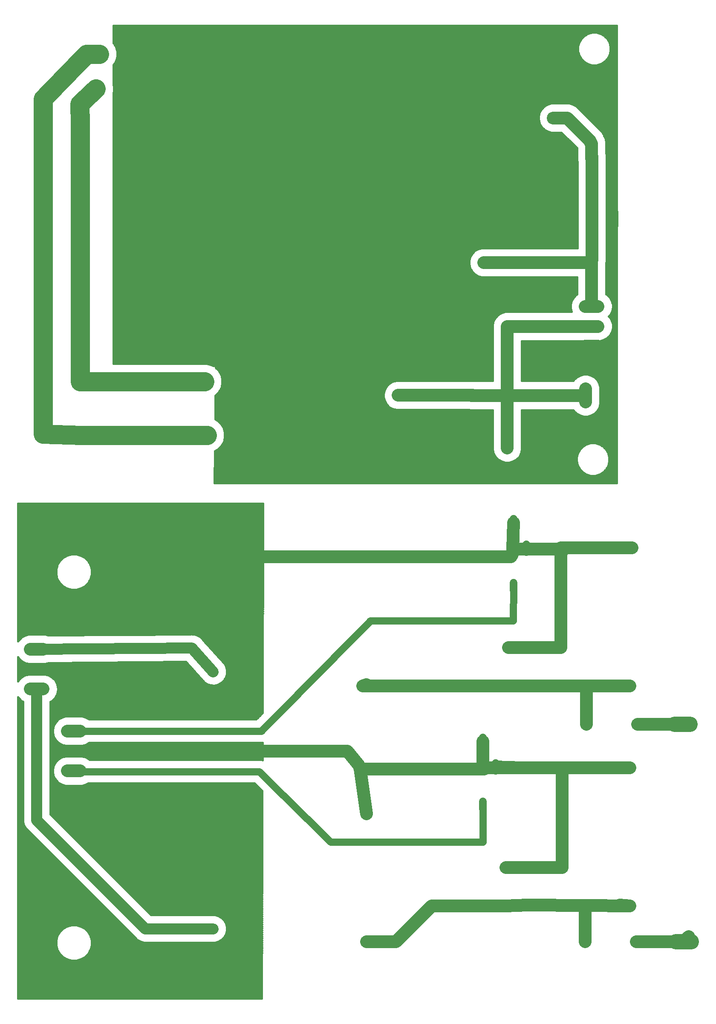
<source format=gbl>
G75*
%MOIN*%
%OFA0B0*%
%FSLAX25Y25*%
%IPPOS*%
%LPD*%
%AMOC8*
5,1,8,0,0,1.08239X$1,22.5*
%
%ADD10C,0.07087*%
%ADD11C,0.11850*%
%ADD12OC8,0.05600*%
%ADD13OC8,0.05200*%
%ADD14C,0.10039*%
%ADD15C,0.06000*%
%ADD16OC8,0.07050*%
%ADD17C,0.06600*%
%ADD18C,0.10000*%
%ADD19R,0.06496X0.06496*%
%ADD20C,0.06496*%
%ADD21C,0.10000*%
%ADD22OC8,0.10000*%
%ADD23C,0.01600*%
%ADD24C,0.05600*%
%ADD25C,0.08600*%
%ADD26C,0.15000*%
D10*
X0160800Y0062800D03*
X0160800Y0142800D03*
X0160800Y0263800D03*
X0160800Y0343800D03*
X0280800Y0353800D03*
X0280800Y0253800D03*
X0280800Y0152800D03*
X0280800Y0052800D03*
D11*
X0522875Y0052800D02*
X0534725Y0052800D01*
X0533725Y0222800D02*
X0521875Y0222800D01*
D12*
X0432800Y0252800D03*
X0411800Y0252800D03*
X0391800Y0252800D03*
X0391800Y0282800D03*
X0411800Y0282800D03*
X0432800Y0282800D03*
X0435800Y0110800D03*
X0411800Y0110800D03*
X0389800Y0110800D03*
X0389800Y0080800D03*
X0411800Y0080800D03*
X0435800Y0080800D03*
D13*
X0365800Y0080800D03*
X0365800Y0130800D03*
X0367800Y0253800D03*
X0367800Y0303800D03*
X0390800Y0438800D03*
X0410800Y0438800D03*
X0435800Y0659800D03*
X0455800Y0659800D03*
X0057800Y0528800D03*
X0027800Y0528800D03*
D14*
X0027820Y0281391D02*
X0017780Y0281391D01*
X0017780Y0265800D02*
X0027820Y0265800D01*
X0027820Y0250209D02*
X0017780Y0250209D01*
X0046780Y0217391D02*
X0056820Y0217391D01*
X0056820Y0201800D02*
X0046780Y0201800D01*
X0046780Y0186209D02*
X0056820Y0186209D01*
X0452005Y0474780D02*
X0452005Y0484820D01*
X0467595Y0484820D02*
X0467595Y0474780D01*
X0461820Y0518209D02*
X0451780Y0518209D01*
X0451780Y0533800D02*
X0461820Y0533800D01*
X0461820Y0549391D02*
X0451780Y0549391D01*
X0457005Y0612780D02*
X0457005Y0622820D01*
X0472595Y0622820D02*
X0472595Y0612780D01*
D15*
X0395800Y0383300D02*
X0395800Y0377300D01*
X0405800Y0363300D02*
X0405800Y0357300D01*
X0395800Y0333300D02*
X0395800Y0327300D01*
X0371800Y0212300D02*
X0371800Y0206300D01*
X0381800Y0192300D02*
X0381800Y0186300D01*
X0371800Y0162300D02*
X0371800Y0156300D01*
D16*
X0486800Y0188800D03*
X0486800Y0252800D03*
X0486800Y0360800D03*
X0486800Y0080800D03*
D17*
X0491800Y0052800D03*
X0451800Y0052800D03*
X0452800Y0222800D03*
X0492800Y0222800D03*
D18*
X0532800Y0222800D01*
X0486800Y0252800D02*
X0277800Y0252800D01*
X0280800Y0253800D01*
X0265800Y0201800D02*
X0125800Y0201800D01*
X0160800Y0103800D02*
X0160800Y0101800D01*
X0274800Y0190800D02*
X0265800Y0201800D01*
X0274800Y0190800D02*
X0275800Y0187800D01*
X0372800Y0187800D01*
X0373800Y0188800D01*
X0401800Y0188800D01*
X0381800Y0189300D01*
X0372800Y0187800D02*
X0371800Y0188800D01*
X0371800Y0209300D01*
X0401800Y0188800D02*
X0433800Y0188800D01*
X0433800Y0110800D01*
X0432800Y0112800D01*
X0433800Y0110800D02*
X0389800Y0110800D01*
X0389800Y0080800D02*
X0331800Y0080800D01*
X0303800Y0052800D01*
X0280800Y0052800D01*
X0280800Y0152800D02*
X0275800Y0187800D01*
X0391800Y0282800D02*
X0432800Y0282800D01*
X0432800Y0358800D01*
X0433800Y0357800D01*
X0433800Y0358800D01*
X0432800Y0359800D01*
X0395056Y0359800D01*
X0394983Y0359873D01*
X0395800Y0380300D01*
X0394983Y0359873D02*
X0394800Y0355300D01*
X0393800Y0353800D02*
X0280800Y0353800D01*
X0166800Y0353800D01*
X0160800Y0343800D01*
X0062643Y0448800D02*
X0052643Y0448800D01*
X0042957Y0448800D02*
X0032957Y0448800D01*
X0056957Y0489800D02*
X0066957Y0489800D01*
X0076643Y0489800D02*
X0086643Y0489800D01*
X0305548Y0479879D02*
X0363800Y0479879D01*
X0362800Y0479800D01*
X0390800Y0479800D01*
X0452005Y0479800D01*
X0456800Y0533800D02*
X0390800Y0533800D01*
X0390800Y0522800D01*
X0390800Y0479800D01*
X0390800Y0438800D01*
X0432800Y0360800D02*
X0432800Y0359800D01*
X0432800Y0358800D01*
X0432800Y0360800D02*
X0488300Y0360800D01*
X0452800Y0250800D02*
X0452800Y0222800D01*
X0433800Y0188800D02*
X0486800Y0188800D01*
X0478800Y0081300D02*
X0486800Y0080800D01*
X0451814Y0081017D01*
X0451800Y0081004D01*
X0451800Y0052800D01*
X0451814Y0081017D02*
X0406300Y0081300D01*
X0389800Y0080800D01*
X0491800Y0052800D02*
X0528800Y0052800D01*
X0532800Y0056800D01*
X0456800Y0549391D02*
X0456800Y0585800D01*
X0457005Y0585800D01*
X0454918Y0583713D01*
X0372359Y0583713D01*
X0426800Y0696800D02*
X0437800Y0696800D01*
X0455800Y0678800D01*
X0455800Y0677800D01*
X0456800Y0676800D01*
X0456800Y0665005D01*
X0457005Y0664800D01*
X0457005Y0666595D01*
X0457005Y0664800D02*
X0457005Y0617800D01*
X0457005Y0585800D01*
D19*
X0372359Y0583713D03*
X0305548Y0448383D03*
D20*
X0305548Y0479879D03*
X0372359Y0605367D03*
X0153973Y0490706D03*
X0153973Y0448383D03*
X0069209Y0719540D03*
X0069209Y0746115D03*
D21*
X0390800Y0522800D03*
X0426800Y0696800D03*
D22*
X0426800Y0716800D03*
X0370800Y0522800D03*
D23*
X0008200Y0243964D02*
X0008200Y0008199D01*
X0198813Y0008171D01*
X0199221Y0170527D01*
X0193038Y0176600D01*
X0063015Y0176600D01*
X0061228Y0175568D01*
X0058323Y0174790D01*
X0045277Y0174790D01*
X0042372Y0175568D01*
X0039768Y0177071D01*
X0037642Y0179198D01*
X0036139Y0181802D01*
X0035361Y0184706D01*
X0035361Y0187713D01*
X0036139Y0190617D01*
X0037642Y0193221D01*
X0039768Y0195347D01*
X0042372Y0196851D01*
X0045277Y0197629D01*
X0058323Y0197629D01*
X0061228Y0196851D01*
X0063832Y0195347D01*
X0064179Y0195000D01*
X0196758Y0195000D01*
X0198547Y0195016D01*
X0198587Y0195000D01*
X0198630Y0195000D01*
X0199282Y0194730D01*
X0199316Y0208191D01*
X0198418Y0208191D01*
X0196614Y0208180D01*
X0196588Y0208191D01*
X0063724Y0208191D01*
X0061228Y0206749D01*
X0058323Y0205971D01*
X0045277Y0205971D01*
X0042372Y0206749D01*
X0039768Y0208253D01*
X0037642Y0210379D01*
X0036139Y0212983D01*
X0035361Y0215887D01*
X0035361Y0218894D01*
X0036139Y0221798D01*
X0037642Y0224402D01*
X0039768Y0226529D01*
X0042372Y0228032D01*
X0045277Y0228810D01*
X0058323Y0228810D01*
X0061228Y0228032D01*
X0063724Y0226591D01*
X0194548Y0226591D01*
X0199375Y0231473D01*
X0199786Y0395400D01*
X0008200Y0395400D01*
X0008200Y0287636D01*
X0008642Y0288402D01*
X0010768Y0290529D01*
X0013372Y0292032D01*
X0016277Y0292810D01*
X0029323Y0292810D01*
X0031733Y0292164D01*
X0143065Y0293081D01*
X0143410Y0293153D01*
X0144469Y0293093D01*
X0145530Y0293102D01*
X0145871Y0293013D01*
X0146223Y0292993D01*
X0147231Y0292661D01*
X0148257Y0292395D01*
X0148564Y0292221D01*
X0148899Y0292111D01*
X0149786Y0291529D01*
X0150709Y0291006D01*
X0150960Y0290759D01*
X0151255Y0290566D01*
X0151961Y0289775D01*
X0152717Y0289031D01*
X0152896Y0288727D01*
X0169721Y0269873D01*
X0170989Y0267357D01*
X0171563Y0264599D01*
X0171403Y0261786D01*
X0170520Y0259111D01*
X0168975Y0256755D01*
X0166873Y0254879D01*
X0164357Y0253611D01*
X0161599Y0253037D01*
X0158786Y0253197D01*
X0156111Y0254080D01*
X0153755Y0255625D01*
X0139452Y0271651D01*
X0032260Y0270768D01*
X0032228Y0270749D01*
X0029323Y0269971D01*
X0016277Y0269971D01*
X0013372Y0270749D01*
X0010768Y0272253D01*
X0008642Y0274379D01*
X0008200Y0275145D01*
X0008200Y0256455D01*
X0008642Y0257221D01*
X0010768Y0259347D01*
X0013372Y0260851D01*
X0016277Y0261629D01*
X0029323Y0261629D01*
X0032228Y0260851D01*
X0034832Y0259347D01*
X0036958Y0257221D01*
X0038461Y0254617D01*
X0039239Y0251713D01*
X0039239Y0248706D01*
X0038461Y0245802D01*
X0036958Y0243198D01*
X0034832Y0241071D01*
X0033500Y0240303D01*
X0033500Y0152232D01*
X0112232Y0073500D01*
X0162209Y0073500D01*
X0164930Y0072771D01*
X0167370Y0071362D01*
X0169362Y0069370D01*
X0170771Y0066930D01*
X0171500Y0064209D01*
X0171500Y0061391D01*
X0170771Y0058670D01*
X0169362Y0056230D01*
X0167370Y0054238D01*
X0164930Y0052829D01*
X0162209Y0052100D01*
X0106391Y0052100D01*
X0103670Y0052829D01*
X0101230Y0054238D01*
X0099238Y0056230D01*
X0014238Y0141230D01*
X0012829Y0143670D01*
X0012100Y0146391D01*
X0012100Y0240303D01*
X0010768Y0241071D01*
X0008642Y0243198D01*
X0008200Y0243964D01*
X0008200Y0243774D02*
X0008310Y0243774D01*
X0008200Y0242175D02*
X0009665Y0242175D01*
X0008200Y0240577D02*
X0011625Y0240577D01*
X0012100Y0238978D02*
X0008200Y0238978D01*
X0008200Y0237380D02*
X0012100Y0237380D01*
X0012100Y0235781D02*
X0008200Y0235781D01*
X0008200Y0234183D02*
X0012100Y0234183D01*
X0012100Y0232584D02*
X0008200Y0232584D01*
X0008200Y0230986D02*
X0012100Y0230986D01*
X0012100Y0229387D02*
X0008200Y0229387D01*
X0008200Y0227789D02*
X0012100Y0227789D01*
X0012100Y0226190D02*
X0008200Y0226190D01*
X0008200Y0224592D02*
X0012100Y0224592D01*
X0012100Y0222993D02*
X0008200Y0222993D01*
X0008200Y0221395D02*
X0012100Y0221395D01*
X0012100Y0219796D02*
X0008200Y0219796D01*
X0008200Y0218198D02*
X0012100Y0218198D01*
X0012100Y0216599D02*
X0008200Y0216599D01*
X0008200Y0215001D02*
X0012100Y0215001D01*
X0012100Y0213402D02*
X0008200Y0213402D01*
X0008200Y0211803D02*
X0012100Y0211803D01*
X0012100Y0210205D02*
X0008200Y0210205D01*
X0008200Y0208606D02*
X0012100Y0208606D01*
X0012100Y0207008D02*
X0008200Y0207008D01*
X0008200Y0205409D02*
X0012100Y0205409D01*
X0012100Y0203811D02*
X0008200Y0203811D01*
X0008200Y0202212D02*
X0012100Y0202212D01*
X0012100Y0200614D02*
X0008200Y0200614D01*
X0008200Y0199015D02*
X0012100Y0199015D01*
X0012100Y0197417D02*
X0008200Y0197417D01*
X0008200Y0195818D02*
X0012100Y0195818D01*
X0012100Y0194220D02*
X0008200Y0194220D01*
X0008200Y0192621D02*
X0012100Y0192621D01*
X0012100Y0191023D02*
X0008200Y0191023D01*
X0008200Y0189424D02*
X0012100Y0189424D01*
X0012100Y0187826D02*
X0008200Y0187826D01*
X0008200Y0186227D02*
X0012100Y0186227D01*
X0012100Y0184629D02*
X0008200Y0184629D01*
X0008200Y0183030D02*
X0012100Y0183030D01*
X0012100Y0181432D02*
X0008200Y0181432D01*
X0008200Y0179833D02*
X0012100Y0179833D01*
X0012100Y0178235D02*
X0008200Y0178235D01*
X0008200Y0176636D02*
X0012100Y0176636D01*
X0012100Y0175038D02*
X0008200Y0175038D01*
X0008200Y0173439D02*
X0012100Y0173439D01*
X0012100Y0171841D02*
X0008200Y0171841D01*
X0008200Y0170242D02*
X0012100Y0170242D01*
X0012100Y0168644D02*
X0008200Y0168644D01*
X0008200Y0167045D02*
X0012100Y0167045D01*
X0012100Y0165447D02*
X0008200Y0165447D01*
X0008200Y0163848D02*
X0012100Y0163848D01*
X0012100Y0162250D02*
X0008200Y0162250D01*
X0008200Y0160651D02*
X0012100Y0160651D01*
X0012100Y0159053D02*
X0008200Y0159053D01*
X0008200Y0157454D02*
X0012100Y0157454D01*
X0012100Y0155856D02*
X0008200Y0155856D01*
X0008200Y0154257D02*
X0012100Y0154257D01*
X0012100Y0152659D02*
X0008200Y0152659D01*
X0008200Y0151060D02*
X0012100Y0151060D01*
X0012100Y0149462D02*
X0008200Y0149462D01*
X0008200Y0147863D02*
X0012100Y0147863D01*
X0012134Y0146265D02*
X0008200Y0146265D01*
X0008200Y0144666D02*
X0012562Y0144666D01*
X0013177Y0143068D02*
X0008200Y0143068D01*
X0008200Y0141469D02*
X0014100Y0141469D01*
X0015597Y0139870D02*
X0008200Y0139870D01*
X0008200Y0138272D02*
X0017196Y0138272D01*
X0018794Y0136673D02*
X0008200Y0136673D01*
X0008200Y0135075D02*
X0020393Y0135075D01*
X0021991Y0133476D02*
X0008200Y0133476D01*
X0008200Y0131878D02*
X0023590Y0131878D01*
X0025188Y0130279D02*
X0008200Y0130279D01*
X0008200Y0128681D02*
X0026787Y0128681D01*
X0028386Y0127082D02*
X0008200Y0127082D01*
X0008200Y0125484D02*
X0029984Y0125484D01*
X0031583Y0123885D02*
X0008200Y0123885D01*
X0008200Y0122287D02*
X0033181Y0122287D01*
X0034780Y0120688D02*
X0008200Y0120688D01*
X0008200Y0119090D02*
X0036378Y0119090D01*
X0037977Y0117491D02*
X0008200Y0117491D01*
X0008200Y0115893D02*
X0039575Y0115893D01*
X0041174Y0114294D02*
X0008200Y0114294D01*
X0008200Y0112696D02*
X0042772Y0112696D01*
X0044371Y0111097D02*
X0008200Y0111097D01*
X0008200Y0109499D02*
X0045969Y0109499D01*
X0047568Y0107900D02*
X0008200Y0107900D01*
X0008200Y0106302D02*
X0049166Y0106302D01*
X0050765Y0104703D02*
X0008200Y0104703D01*
X0008200Y0103105D02*
X0052363Y0103105D01*
X0053962Y0101506D02*
X0008200Y0101506D01*
X0008200Y0099908D02*
X0055560Y0099908D01*
X0057159Y0098309D02*
X0008200Y0098309D01*
X0008200Y0096711D02*
X0058757Y0096711D01*
X0060356Y0095112D02*
X0008200Y0095112D01*
X0008200Y0093514D02*
X0061954Y0093514D01*
X0063553Y0091915D02*
X0008200Y0091915D01*
X0008200Y0090317D02*
X0065151Y0090317D01*
X0066750Y0088718D02*
X0008200Y0088718D01*
X0008200Y0087120D02*
X0068348Y0087120D01*
X0069947Y0085521D02*
X0008200Y0085521D01*
X0008200Y0083923D02*
X0071545Y0083923D01*
X0073144Y0082324D02*
X0008200Y0082324D01*
X0008200Y0080726D02*
X0074742Y0080726D01*
X0076341Y0079127D02*
X0008200Y0079127D01*
X0008200Y0077529D02*
X0077939Y0077529D01*
X0079538Y0075930D02*
X0008200Y0075930D01*
X0008200Y0074332D02*
X0081136Y0074332D01*
X0082735Y0072733D02*
X0008200Y0072733D01*
X0008200Y0071134D02*
X0084333Y0071134D01*
X0085932Y0069536D02*
X0008200Y0069536D01*
X0008200Y0067937D02*
X0087530Y0067937D01*
X0089129Y0066339D02*
X0008200Y0066339D01*
X0008200Y0064740D02*
X0046486Y0064740D01*
X0046444Y0064729D02*
X0043281Y0062903D01*
X0040697Y0060319D01*
X0038871Y0057156D01*
X0037925Y0053627D01*
X0037925Y0049973D01*
X0038871Y0046444D01*
X0040697Y0043281D01*
X0043281Y0040697D01*
X0046444Y0038871D01*
X0049973Y0037925D01*
X0053627Y0037925D01*
X0057156Y0038871D01*
X0060319Y0040697D01*
X0062903Y0043281D01*
X0064729Y0046444D01*
X0065675Y0049973D01*
X0065675Y0053627D01*
X0064729Y0057156D01*
X0062903Y0060319D01*
X0060319Y0062903D01*
X0057156Y0064729D01*
X0053627Y0065675D01*
X0049973Y0065675D01*
X0046444Y0064729D01*
X0043695Y0063142D02*
X0008200Y0063142D01*
X0008200Y0061543D02*
X0041921Y0061543D01*
X0040481Y0059945D02*
X0008200Y0059945D01*
X0008200Y0058346D02*
X0039558Y0058346D01*
X0038761Y0056748D02*
X0008200Y0056748D01*
X0008200Y0055149D02*
X0038333Y0055149D01*
X0037925Y0053551D02*
X0008200Y0053551D01*
X0008200Y0051952D02*
X0037925Y0051952D01*
X0037925Y0050354D02*
X0008200Y0050354D01*
X0008200Y0048755D02*
X0038251Y0048755D01*
X0038680Y0047157D02*
X0008200Y0047157D01*
X0008200Y0045558D02*
X0039382Y0045558D01*
X0040305Y0043960D02*
X0008200Y0043960D01*
X0008200Y0042361D02*
X0041616Y0042361D01*
X0043215Y0040763D02*
X0008200Y0040763D01*
X0008200Y0039164D02*
X0045936Y0039164D01*
X0057664Y0039164D02*
X0198891Y0039164D01*
X0198887Y0037566D02*
X0008200Y0037566D01*
X0008200Y0035967D02*
X0198883Y0035967D01*
X0198879Y0034369D02*
X0008200Y0034369D01*
X0008200Y0032770D02*
X0198875Y0032770D01*
X0198871Y0031172D02*
X0008200Y0031172D01*
X0008200Y0029573D02*
X0198867Y0029573D01*
X0198863Y0027975D02*
X0008200Y0027975D01*
X0008200Y0026376D02*
X0198859Y0026376D01*
X0198855Y0024778D02*
X0008200Y0024778D01*
X0008200Y0023179D02*
X0198851Y0023179D01*
X0198847Y0021581D02*
X0008200Y0021581D01*
X0008200Y0019982D02*
X0198843Y0019982D01*
X0198839Y0018384D02*
X0008200Y0018384D01*
X0008200Y0016785D02*
X0198835Y0016785D01*
X0198831Y0015187D02*
X0008200Y0015187D01*
X0008200Y0013588D02*
X0198827Y0013588D01*
X0198823Y0011990D02*
X0008200Y0011990D01*
X0008200Y0010391D02*
X0198819Y0010391D01*
X0198815Y0008793D02*
X0008200Y0008793D01*
X0057114Y0064740D02*
X0090727Y0064740D01*
X0092326Y0063142D02*
X0059905Y0063142D01*
X0061679Y0061543D02*
X0093924Y0061543D01*
X0095523Y0059945D02*
X0063119Y0059945D01*
X0064042Y0058346D02*
X0097122Y0058346D01*
X0098720Y0056748D02*
X0064839Y0056748D01*
X0065267Y0055149D02*
X0100319Y0055149D01*
X0102420Y0053551D02*
X0065675Y0053551D01*
X0065675Y0051952D02*
X0198923Y0051952D01*
X0198919Y0050354D02*
X0065675Y0050354D01*
X0065349Y0048755D02*
X0198915Y0048755D01*
X0198911Y0047157D02*
X0064920Y0047157D01*
X0064218Y0045558D02*
X0198907Y0045558D01*
X0198903Y0043960D02*
X0063295Y0043960D01*
X0061984Y0042361D02*
X0198899Y0042361D01*
X0198895Y0040763D02*
X0060385Y0040763D01*
X0097014Y0088718D02*
X0199016Y0088718D01*
X0199012Y0087120D02*
X0098612Y0087120D01*
X0100211Y0085521D02*
X0199008Y0085521D01*
X0199004Y0083923D02*
X0101809Y0083923D01*
X0103408Y0082324D02*
X0199000Y0082324D01*
X0198996Y0080726D02*
X0105006Y0080726D01*
X0106605Y0079127D02*
X0198992Y0079127D01*
X0198988Y0077529D02*
X0108204Y0077529D01*
X0109802Y0075930D02*
X0198984Y0075930D01*
X0198980Y0074332D02*
X0111401Y0074332D01*
X0095415Y0090317D02*
X0199020Y0090317D01*
X0199024Y0091915D02*
X0093817Y0091915D01*
X0092218Y0093514D02*
X0199028Y0093514D01*
X0199032Y0095112D02*
X0090620Y0095112D01*
X0089021Y0096711D02*
X0199036Y0096711D01*
X0199040Y0098309D02*
X0087423Y0098309D01*
X0085824Y0099908D02*
X0199044Y0099908D01*
X0199048Y0101506D02*
X0084226Y0101506D01*
X0082627Y0103105D02*
X0199052Y0103105D01*
X0199056Y0104703D02*
X0081029Y0104703D01*
X0079430Y0106302D02*
X0199060Y0106302D01*
X0199064Y0107900D02*
X0077832Y0107900D01*
X0076233Y0109499D02*
X0199068Y0109499D01*
X0199072Y0111097D02*
X0074635Y0111097D01*
X0073036Y0112696D02*
X0199076Y0112696D01*
X0199080Y0114294D02*
X0071438Y0114294D01*
X0069839Y0115893D02*
X0199084Y0115893D01*
X0199088Y0117491D02*
X0068241Y0117491D01*
X0066642Y0119090D02*
X0199092Y0119090D01*
X0199096Y0120688D02*
X0065044Y0120688D01*
X0063445Y0122287D02*
X0199100Y0122287D01*
X0199104Y0123885D02*
X0061847Y0123885D01*
X0060248Y0125484D02*
X0199108Y0125484D01*
X0199112Y0127082D02*
X0058650Y0127082D01*
X0057051Y0128681D02*
X0199116Y0128681D01*
X0199120Y0130279D02*
X0055453Y0130279D01*
X0053854Y0131878D02*
X0199124Y0131878D01*
X0199128Y0133476D02*
X0052256Y0133476D01*
X0050657Y0135075D02*
X0199132Y0135075D01*
X0199136Y0136673D02*
X0049059Y0136673D01*
X0047460Y0138272D02*
X0199140Y0138272D01*
X0199144Y0139870D02*
X0045862Y0139870D01*
X0044263Y0141469D02*
X0199148Y0141469D01*
X0199152Y0143068D02*
X0042665Y0143068D01*
X0041066Y0144666D02*
X0199156Y0144666D01*
X0199160Y0146265D02*
X0039468Y0146265D01*
X0037869Y0147863D02*
X0199164Y0147863D01*
X0199168Y0149462D02*
X0036271Y0149462D01*
X0034672Y0151060D02*
X0199173Y0151060D01*
X0199177Y0152659D02*
X0033500Y0152659D01*
X0033500Y0154257D02*
X0199181Y0154257D01*
X0199185Y0155856D02*
X0033500Y0155856D01*
X0033500Y0157454D02*
X0199189Y0157454D01*
X0199193Y0159053D02*
X0033500Y0159053D01*
X0033500Y0160651D02*
X0199197Y0160651D01*
X0199201Y0162250D02*
X0033500Y0162250D01*
X0033500Y0163848D02*
X0199205Y0163848D01*
X0199209Y0165447D02*
X0033500Y0165447D01*
X0033500Y0167045D02*
X0199213Y0167045D01*
X0199217Y0168644D02*
X0033500Y0168644D01*
X0033500Y0170242D02*
X0199221Y0170242D01*
X0197884Y0171841D02*
X0033500Y0171841D01*
X0033500Y0173439D02*
X0196256Y0173439D01*
X0194628Y0175038D02*
X0059249Y0175038D01*
X0044351Y0175038D02*
X0033500Y0175038D01*
X0033500Y0176636D02*
X0040522Y0176636D01*
X0038605Y0178235D02*
X0033500Y0178235D01*
X0033500Y0179833D02*
X0037275Y0179833D01*
X0036352Y0181432D02*
X0033500Y0181432D01*
X0033500Y0183030D02*
X0035810Y0183030D01*
X0035381Y0184629D02*
X0033500Y0184629D01*
X0033500Y0186227D02*
X0035361Y0186227D01*
X0035391Y0187826D02*
X0033500Y0187826D01*
X0033500Y0189424D02*
X0035819Y0189424D01*
X0036373Y0191023D02*
X0033500Y0191023D01*
X0033500Y0192621D02*
X0037296Y0192621D01*
X0038641Y0194220D02*
X0033500Y0194220D01*
X0033500Y0195818D02*
X0040584Y0195818D01*
X0044485Y0197417D02*
X0033500Y0197417D01*
X0033500Y0199015D02*
X0199293Y0199015D01*
X0199289Y0197417D02*
X0059115Y0197417D01*
X0063016Y0195818D02*
X0199285Y0195818D01*
X0199297Y0200614D02*
X0033500Y0200614D01*
X0033500Y0202212D02*
X0199301Y0202212D01*
X0199305Y0203811D02*
X0033500Y0203811D01*
X0033500Y0205409D02*
X0199309Y0205409D01*
X0199313Y0207008D02*
X0061676Y0207008D01*
X0061649Y0227789D02*
X0195733Y0227789D01*
X0197313Y0229387D02*
X0033500Y0229387D01*
X0033500Y0227789D02*
X0041951Y0227789D01*
X0039430Y0226190D02*
X0033500Y0226190D01*
X0033500Y0224592D02*
X0037831Y0224592D01*
X0036829Y0222993D02*
X0033500Y0222993D01*
X0033500Y0221395D02*
X0036031Y0221395D01*
X0035602Y0219796D02*
X0033500Y0219796D01*
X0033500Y0218198D02*
X0035361Y0218198D01*
X0035361Y0216599D02*
X0033500Y0216599D01*
X0033500Y0215001D02*
X0035598Y0215001D01*
X0036027Y0213402D02*
X0033500Y0213402D01*
X0033500Y0211803D02*
X0036820Y0211803D01*
X0037816Y0210205D02*
X0033500Y0210205D01*
X0033500Y0208606D02*
X0039415Y0208606D01*
X0041924Y0207008D02*
X0033500Y0207008D01*
X0033500Y0230986D02*
X0198893Y0230986D01*
X0199377Y0232584D02*
X0033500Y0232584D01*
X0033500Y0234183D02*
X0199381Y0234183D01*
X0199385Y0235781D02*
X0033500Y0235781D01*
X0033500Y0237380D02*
X0199389Y0237380D01*
X0199393Y0238978D02*
X0033500Y0238978D01*
X0033975Y0240577D02*
X0199397Y0240577D01*
X0199401Y0242175D02*
X0035935Y0242175D01*
X0037290Y0243774D02*
X0199405Y0243774D01*
X0199409Y0245372D02*
X0038213Y0245372D01*
X0038774Y0246971D02*
X0199413Y0246971D01*
X0199418Y0248569D02*
X0039203Y0248569D01*
X0039239Y0250168D02*
X0199422Y0250168D01*
X0199426Y0251766D02*
X0039225Y0251766D01*
X0038797Y0253365D02*
X0158278Y0253365D01*
X0154763Y0254963D02*
X0038261Y0254963D01*
X0037338Y0256562D02*
X0152918Y0256562D01*
X0151492Y0258160D02*
X0036019Y0258160D01*
X0034119Y0259759D02*
X0150065Y0259759D01*
X0148639Y0261357D02*
X0030337Y0261357D01*
X0015263Y0261357D02*
X0008200Y0261357D01*
X0008200Y0259759D02*
X0011481Y0259759D01*
X0009581Y0258160D02*
X0008200Y0258160D01*
X0008200Y0256562D02*
X0008262Y0256562D01*
X0008200Y0262956D02*
X0147212Y0262956D01*
X0145786Y0264554D02*
X0008200Y0264554D01*
X0008200Y0266153D02*
X0144359Y0266153D01*
X0142932Y0267751D02*
X0008200Y0267751D01*
X0008200Y0269350D02*
X0141506Y0269350D01*
X0140079Y0270948D02*
X0054151Y0270948D01*
X0013027Y0270948D02*
X0008200Y0270948D01*
X0008200Y0272547D02*
X0010474Y0272547D01*
X0008876Y0274145D02*
X0008200Y0274145D01*
X0008200Y0288532D02*
X0008772Y0288532D01*
X0008200Y0290131D02*
X0010370Y0290131D01*
X0008200Y0291729D02*
X0012848Y0291729D01*
X0008200Y0293328D02*
X0199530Y0293328D01*
X0199534Y0294926D02*
X0008200Y0294926D01*
X0008200Y0296525D02*
X0199538Y0296525D01*
X0199542Y0298123D02*
X0008200Y0298123D01*
X0008200Y0299722D02*
X0199546Y0299722D01*
X0199550Y0301320D02*
X0008200Y0301320D01*
X0008200Y0302919D02*
X0199554Y0302919D01*
X0199558Y0304517D02*
X0008200Y0304517D01*
X0008200Y0306116D02*
X0199562Y0306116D01*
X0199566Y0307714D02*
X0008200Y0307714D01*
X0008200Y0309313D02*
X0199570Y0309313D01*
X0199574Y0310911D02*
X0008200Y0310911D01*
X0008200Y0312510D02*
X0199578Y0312510D01*
X0199582Y0314108D02*
X0008200Y0314108D01*
X0008200Y0315707D02*
X0199586Y0315707D01*
X0199590Y0317305D02*
X0008200Y0317305D01*
X0008200Y0318904D02*
X0199594Y0318904D01*
X0199598Y0320502D02*
X0008200Y0320502D01*
X0008200Y0322101D02*
X0199602Y0322101D01*
X0199606Y0323699D02*
X0008200Y0323699D01*
X0008200Y0325298D02*
X0199610Y0325298D01*
X0199614Y0326896D02*
X0008200Y0326896D01*
X0008200Y0328495D02*
X0047847Y0328495D01*
X0046444Y0328871D02*
X0049973Y0327925D01*
X0053627Y0327925D01*
X0057156Y0328871D01*
X0060319Y0330697D01*
X0062903Y0333281D01*
X0064729Y0336444D01*
X0065675Y0339973D01*
X0065675Y0343627D01*
X0064729Y0347156D01*
X0062903Y0350319D01*
X0060319Y0352903D01*
X0057156Y0354729D01*
X0053627Y0355675D01*
X0049973Y0355675D01*
X0046444Y0354729D01*
X0043281Y0352903D01*
X0040697Y0350319D01*
X0038871Y0347156D01*
X0037925Y0343627D01*
X0037925Y0339973D01*
X0038871Y0336444D01*
X0040697Y0333281D01*
X0043281Y0330697D01*
X0046444Y0328871D01*
X0044327Y0330093D02*
X0008200Y0330093D01*
X0008200Y0331692D02*
X0042286Y0331692D01*
X0040692Y0333290D02*
X0008200Y0333290D01*
X0008200Y0334889D02*
X0039769Y0334889D01*
X0038859Y0336487D02*
X0008200Y0336487D01*
X0008200Y0338086D02*
X0038431Y0338086D01*
X0038002Y0339684D02*
X0008200Y0339684D01*
X0008200Y0341283D02*
X0037925Y0341283D01*
X0037925Y0342881D02*
X0008200Y0342881D01*
X0008200Y0344480D02*
X0038154Y0344480D01*
X0038582Y0346078D02*
X0008200Y0346078D01*
X0008200Y0347677D02*
X0039172Y0347677D01*
X0040095Y0349275D02*
X0008200Y0349275D01*
X0008200Y0350874D02*
X0041252Y0350874D01*
X0042850Y0352472D02*
X0008200Y0352472D01*
X0008200Y0354071D02*
X0045304Y0354071D01*
X0049953Y0355670D02*
X0008200Y0355670D01*
X0008200Y0357268D02*
X0199691Y0357268D01*
X0199687Y0355670D02*
X0053647Y0355670D01*
X0058296Y0354071D02*
X0199683Y0354071D01*
X0199679Y0352472D02*
X0060750Y0352472D01*
X0062348Y0350874D02*
X0199675Y0350874D01*
X0199671Y0349275D02*
X0063505Y0349275D01*
X0064428Y0347677D02*
X0199667Y0347677D01*
X0199663Y0346078D02*
X0065018Y0346078D01*
X0065446Y0344480D02*
X0199658Y0344480D01*
X0199654Y0342881D02*
X0065675Y0342881D01*
X0065675Y0341283D02*
X0199650Y0341283D01*
X0199646Y0339684D02*
X0065598Y0339684D01*
X0065169Y0338086D02*
X0199642Y0338086D01*
X0199638Y0336487D02*
X0064741Y0336487D01*
X0063831Y0334889D02*
X0199634Y0334889D01*
X0199630Y0333290D02*
X0062908Y0333290D01*
X0061314Y0331692D02*
X0199626Y0331692D01*
X0199622Y0330093D02*
X0059273Y0330093D01*
X0055753Y0328495D02*
X0199618Y0328495D01*
X0199695Y0358867D02*
X0008200Y0358867D01*
X0008200Y0360465D02*
X0199699Y0360465D01*
X0199703Y0362064D02*
X0008200Y0362064D01*
X0008200Y0363662D02*
X0199707Y0363662D01*
X0199711Y0365261D02*
X0008200Y0365261D01*
X0008200Y0366859D02*
X0199715Y0366859D01*
X0199719Y0368458D02*
X0008200Y0368458D01*
X0008200Y0370056D02*
X0199723Y0370056D01*
X0199727Y0371655D02*
X0008200Y0371655D01*
X0008200Y0373253D02*
X0199731Y0373253D01*
X0199735Y0374852D02*
X0008200Y0374852D01*
X0008200Y0376450D02*
X0199739Y0376450D01*
X0199743Y0378049D02*
X0008200Y0378049D01*
X0008200Y0379647D02*
X0199747Y0379647D01*
X0199751Y0381246D02*
X0008200Y0381246D01*
X0008200Y0382844D02*
X0199755Y0382844D01*
X0199759Y0384443D02*
X0008200Y0384443D01*
X0008200Y0386041D02*
X0199763Y0386041D01*
X0199767Y0387640D02*
X0008200Y0387640D01*
X0008200Y0389238D02*
X0199771Y0389238D01*
X0199775Y0390837D02*
X0008200Y0390837D01*
X0008200Y0392435D02*
X0199779Y0392435D01*
X0199783Y0394034D02*
X0008200Y0394034D01*
X0082800Y0504605D02*
X0082800Y0716477D01*
X0083055Y0717334D01*
X0083154Y0720992D01*
X0082800Y0722473D01*
X0082800Y0738142D01*
X0082923Y0738265D01*
X0084753Y0741435D01*
X0085700Y0744970D01*
X0085700Y0748630D01*
X0084753Y0752165D01*
X0082923Y0755335D01*
X0082800Y0755458D01*
X0082800Y0769101D01*
X0168817Y0769101D01*
X0169800Y0502800D01*
X0160643Y0502905D01*
X0159338Y0503658D01*
X0155803Y0504605D01*
X0082800Y0504605D01*
X0082800Y0505930D02*
X0169788Y0505930D01*
X0169783Y0507528D02*
X0082800Y0507528D01*
X0082800Y0509127D02*
X0169777Y0509127D01*
X0169771Y0510725D02*
X0082800Y0510725D01*
X0082800Y0512324D02*
X0169765Y0512324D01*
X0169759Y0513922D02*
X0082800Y0513922D01*
X0082800Y0515521D02*
X0169753Y0515521D01*
X0169747Y0517119D02*
X0082800Y0517119D01*
X0082800Y0518718D02*
X0169741Y0518718D01*
X0169735Y0520316D02*
X0082800Y0520316D01*
X0082800Y0521915D02*
X0169729Y0521915D01*
X0169724Y0523513D02*
X0082800Y0523513D01*
X0082800Y0525112D02*
X0169718Y0525112D01*
X0169712Y0526710D02*
X0082800Y0526710D01*
X0082800Y0528309D02*
X0169706Y0528309D01*
X0169700Y0529907D02*
X0082800Y0529907D01*
X0082800Y0531506D02*
X0169694Y0531506D01*
X0169688Y0533104D02*
X0082800Y0533104D01*
X0082800Y0534703D02*
X0169682Y0534703D01*
X0169676Y0536301D02*
X0082800Y0536301D01*
X0082800Y0537900D02*
X0169670Y0537900D01*
X0169665Y0539498D02*
X0082800Y0539498D01*
X0082800Y0541097D02*
X0169659Y0541097D01*
X0169653Y0542695D02*
X0082800Y0542695D01*
X0082800Y0544294D02*
X0169647Y0544294D01*
X0169641Y0545892D02*
X0082800Y0545892D01*
X0082800Y0547491D02*
X0169635Y0547491D01*
X0169629Y0549089D02*
X0082800Y0549089D01*
X0082800Y0550688D02*
X0169623Y0550688D01*
X0169617Y0552286D02*
X0082800Y0552286D01*
X0082800Y0553885D02*
X0169611Y0553885D01*
X0169606Y0555483D02*
X0082800Y0555483D01*
X0082800Y0557082D02*
X0169600Y0557082D01*
X0169594Y0558680D02*
X0082800Y0558680D01*
X0082800Y0560279D02*
X0169588Y0560279D01*
X0169582Y0561877D02*
X0082800Y0561877D01*
X0082800Y0563476D02*
X0169576Y0563476D01*
X0169570Y0565074D02*
X0082800Y0565074D01*
X0082800Y0566673D02*
X0169564Y0566673D01*
X0169558Y0568272D02*
X0082800Y0568272D01*
X0082800Y0569870D02*
X0169552Y0569870D01*
X0169547Y0571469D02*
X0082800Y0571469D01*
X0082800Y0573067D02*
X0169541Y0573067D01*
X0169535Y0574666D02*
X0082800Y0574666D01*
X0082800Y0576264D02*
X0169529Y0576264D01*
X0169523Y0577863D02*
X0082800Y0577863D01*
X0082800Y0579461D02*
X0169517Y0579461D01*
X0169511Y0581060D02*
X0082800Y0581060D01*
X0082800Y0582658D02*
X0169505Y0582658D01*
X0169499Y0584257D02*
X0082800Y0584257D01*
X0082800Y0585855D02*
X0169494Y0585855D01*
X0169488Y0587454D02*
X0082800Y0587454D01*
X0082800Y0589052D02*
X0169482Y0589052D01*
X0169476Y0590651D02*
X0082800Y0590651D01*
X0082800Y0592249D02*
X0169470Y0592249D01*
X0169464Y0593848D02*
X0082800Y0593848D01*
X0082800Y0595446D02*
X0169458Y0595446D01*
X0169452Y0597045D02*
X0082800Y0597045D01*
X0082800Y0598643D02*
X0169446Y0598643D01*
X0169440Y0600242D02*
X0082800Y0600242D01*
X0082800Y0601840D02*
X0169435Y0601840D01*
X0169429Y0603439D02*
X0082800Y0603439D01*
X0082800Y0605037D02*
X0169423Y0605037D01*
X0169417Y0606636D02*
X0082800Y0606636D01*
X0082800Y0608234D02*
X0169411Y0608234D01*
X0169405Y0609833D02*
X0082800Y0609833D01*
X0082800Y0611431D02*
X0169399Y0611431D01*
X0169393Y0613030D02*
X0082800Y0613030D01*
X0082800Y0614628D02*
X0169387Y0614628D01*
X0169381Y0616227D02*
X0082800Y0616227D01*
X0082800Y0617825D02*
X0169376Y0617825D01*
X0169370Y0619424D02*
X0082800Y0619424D01*
X0082800Y0621022D02*
X0169364Y0621022D01*
X0169358Y0622621D02*
X0082800Y0622621D01*
X0082800Y0624219D02*
X0169352Y0624219D01*
X0169346Y0625818D02*
X0082800Y0625818D01*
X0082800Y0627416D02*
X0169340Y0627416D01*
X0169334Y0629015D02*
X0082800Y0629015D01*
X0082800Y0630613D02*
X0169328Y0630613D01*
X0169322Y0632212D02*
X0082800Y0632212D01*
X0082800Y0633810D02*
X0169317Y0633810D01*
X0169311Y0635409D02*
X0082800Y0635409D01*
X0082800Y0637008D02*
X0169305Y0637008D01*
X0169299Y0638606D02*
X0082800Y0638606D01*
X0082800Y0640205D02*
X0169293Y0640205D01*
X0169287Y0641803D02*
X0082800Y0641803D01*
X0082800Y0643402D02*
X0169281Y0643402D01*
X0169275Y0645000D02*
X0082800Y0645000D01*
X0082800Y0646599D02*
X0169269Y0646599D01*
X0169263Y0648197D02*
X0082800Y0648197D01*
X0082800Y0649796D02*
X0169258Y0649796D01*
X0169252Y0651394D02*
X0082800Y0651394D01*
X0082800Y0652993D02*
X0169246Y0652993D01*
X0169240Y0654591D02*
X0082800Y0654591D01*
X0082800Y0656190D02*
X0169234Y0656190D01*
X0169228Y0657788D02*
X0082800Y0657788D01*
X0082800Y0659387D02*
X0169222Y0659387D01*
X0169216Y0660985D02*
X0082800Y0660985D01*
X0082800Y0662584D02*
X0169210Y0662584D01*
X0169204Y0664182D02*
X0082800Y0664182D01*
X0082800Y0665781D02*
X0169199Y0665781D01*
X0169193Y0667379D02*
X0082800Y0667379D01*
X0082800Y0668978D02*
X0169187Y0668978D01*
X0169181Y0670576D02*
X0082800Y0670576D01*
X0082800Y0672175D02*
X0169175Y0672175D01*
X0169169Y0673773D02*
X0082800Y0673773D01*
X0082800Y0675372D02*
X0169163Y0675372D01*
X0169157Y0676970D02*
X0082800Y0676970D01*
X0082800Y0678569D02*
X0169151Y0678569D01*
X0169145Y0680167D02*
X0082800Y0680167D01*
X0082800Y0681766D02*
X0169140Y0681766D01*
X0169134Y0683364D02*
X0082800Y0683364D01*
X0082800Y0684963D02*
X0169128Y0684963D01*
X0169122Y0686561D02*
X0082800Y0686561D01*
X0082800Y0688160D02*
X0169116Y0688160D01*
X0169110Y0689758D02*
X0082800Y0689758D01*
X0082800Y0691357D02*
X0169104Y0691357D01*
X0169098Y0692955D02*
X0082800Y0692955D01*
X0082800Y0694554D02*
X0169092Y0694554D01*
X0169087Y0696152D02*
X0082800Y0696152D01*
X0082800Y0697751D02*
X0169081Y0697751D01*
X0169075Y0699349D02*
X0082800Y0699349D01*
X0082800Y0700948D02*
X0169069Y0700948D01*
X0169063Y0702546D02*
X0082800Y0702546D01*
X0082800Y0704145D02*
X0169057Y0704145D01*
X0169051Y0705743D02*
X0082800Y0705743D01*
X0082800Y0707342D02*
X0169045Y0707342D01*
X0169039Y0708941D02*
X0082800Y0708941D01*
X0082800Y0710539D02*
X0169033Y0710539D01*
X0169028Y0712138D02*
X0082800Y0712138D01*
X0082800Y0713736D02*
X0169022Y0713736D01*
X0169016Y0715335D02*
X0082800Y0715335D01*
X0082936Y0716933D02*
X0169010Y0716933D01*
X0169004Y0718532D02*
X0083087Y0718532D01*
X0083131Y0720130D02*
X0168998Y0720130D01*
X0168992Y0721729D02*
X0082978Y0721729D01*
X0082800Y0723327D02*
X0168986Y0723327D01*
X0168980Y0724926D02*
X0082800Y0724926D01*
X0082800Y0726524D02*
X0168974Y0726524D01*
X0168969Y0728123D02*
X0082800Y0728123D01*
X0082800Y0729721D02*
X0168963Y0729721D01*
X0168957Y0731320D02*
X0082800Y0731320D01*
X0082800Y0732918D02*
X0168951Y0732918D01*
X0168945Y0734517D02*
X0082800Y0734517D01*
X0082800Y0736115D02*
X0168939Y0736115D01*
X0168933Y0737714D02*
X0082800Y0737714D01*
X0083527Y0739312D02*
X0168927Y0739312D01*
X0168921Y0740911D02*
X0084450Y0740911D01*
X0085041Y0742509D02*
X0168915Y0742509D01*
X0168910Y0744108D02*
X0085469Y0744108D01*
X0085700Y0745706D02*
X0168904Y0745706D01*
X0168898Y0747305D02*
X0085700Y0747305D01*
X0085627Y0748903D02*
X0168892Y0748903D01*
X0168886Y0750502D02*
X0085198Y0750502D01*
X0084770Y0752100D02*
X0168880Y0752100D01*
X0168874Y0753699D02*
X0083867Y0753699D01*
X0082944Y0755297D02*
X0168868Y0755297D01*
X0168862Y0756896D02*
X0082800Y0756896D01*
X0082800Y0758494D02*
X0168856Y0758494D01*
X0168851Y0760093D02*
X0082800Y0760093D01*
X0082800Y0761691D02*
X0168845Y0761691D01*
X0168839Y0763290D02*
X0082800Y0763290D01*
X0082800Y0764888D02*
X0168833Y0764888D01*
X0168827Y0766487D02*
X0082800Y0766487D01*
X0082800Y0768085D02*
X0168821Y0768085D01*
X0164738Y0768085D02*
X0476321Y0768085D01*
X0476321Y0769101D02*
X0476321Y0411200D01*
X0161852Y0411200D01*
X0162054Y0436261D01*
X0164508Y0437677D01*
X0167096Y0440265D01*
X0168926Y0443435D01*
X0169873Y0446970D01*
X0169873Y0450630D01*
X0168926Y0454165D01*
X0167096Y0457335D01*
X0164508Y0459923D01*
X0162256Y0461223D01*
X0162404Y0479523D01*
X0162508Y0479583D01*
X0165096Y0482171D01*
X0166926Y0485340D01*
X0167873Y0488876D01*
X0167873Y0492535D01*
X0166926Y0496071D01*
X0165096Y0499240D01*
X0162584Y0501752D01*
X0164746Y0769101D01*
X0476321Y0769101D01*
X0476321Y0766487D02*
X0164725Y0766487D01*
X0164712Y0764888D02*
X0476321Y0764888D01*
X0476321Y0763290D02*
X0461253Y0763290D01*
X0460472Y0763499D02*
X0457128Y0763499D01*
X0453898Y0762634D01*
X0451002Y0760962D01*
X0448638Y0758597D01*
X0446966Y0755702D01*
X0446101Y0752472D01*
X0446101Y0749128D01*
X0446966Y0745898D01*
X0448638Y0743002D01*
X0451002Y0740638D01*
X0453898Y0738966D01*
X0457128Y0738101D01*
X0460472Y0738101D01*
X0463702Y0738966D01*
X0466597Y0740638D01*
X0468962Y0743002D01*
X0470634Y0745898D01*
X0471499Y0749128D01*
X0471499Y0752472D01*
X0470634Y0755702D01*
X0468962Y0758597D01*
X0466597Y0760962D01*
X0463702Y0762634D01*
X0460472Y0763499D01*
X0456347Y0763290D02*
X0164699Y0763290D01*
X0164686Y0761691D02*
X0452266Y0761691D01*
X0450133Y0760093D02*
X0164673Y0760093D01*
X0164660Y0758494D02*
X0448579Y0758494D01*
X0447656Y0756896D02*
X0164647Y0756896D01*
X0164634Y0755297D02*
X0446858Y0755297D01*
X0446430Y0753699D02*
X0164621Y0753699D01*
X0164608Y0752100D02*
X0446101Y0752100D01*
X0446101Y0750502D02*
X0164595Y0750502D01*
X0164582Y0748903D02*
X0446161Y0748903D01*
X0446589Y0747305D02*
X0164570Y0747305D01*
X0164557Y0745706D02*
X0447077Y0745706D01*
X0448000Y0744108D02*
X0164544Y0744108D01*
X0164531Y0742509D02*
X0449131Y0742509D01*
X0450730Y0740911D02*
X0164518Y0740911D01*
X0164505Y0739312D02*
X0453299Y0739312D01*
X0464301Y0739312D02*
X0476321Y0739312D01*
X0476321Y0737714D02*
X0164492Y0737714D01*
X0164479Y0736115D02*
X0476321Y0736115D01*
X0476321Y0734517D02*
X0164466Y0734517D01*
X0164453Y0732918D02*
X0476321Y0732918D01*
X0476321Y0731320D02*
X0164440Y0731320D01*
X0164427Y0729721D02*
X0476321Y0729721D01*
X0476321Y0728123D02*
X0164414Y0728123D01*
X0164402Y0726524D02*
X0476321Y0726524D01*
X0476321Y0724926D02*
X0164389Y0724926D01*
X0164376Y0723327D02*
X0476321Y0723327D01*
X0476321Y0721729D02*
X0164363Y0721729D01*
X0164350Y0720130D02*
X0476321Y0720130D01*
X0476321Y0718532D02*
X0164337Y0718532D01*
X0164324Y0716933D02*
X0476321Y0716933D01*
X0476321Y0715335D02*
X0164311Y0715335D01*
X0164298Y0713736D02*
X0476321Y0713736D01*
X0476321Y0712138D02*
X0164285Y0712138D01*
X0164272Y0710539D02*
X0476321Y0710539D01*
X0476321Y0708941D02*
X0164259Y0708941D01*
X0164246Y0707342D02*
X0422259Y0707342D01*
X0422400Y0707423D02*
X0419800Y0705922D01*
X0417678Y0703800D01*
X0416177Y0701200D01*
X0415400Y0698301D01*
X0415400Y0695299D01*
X0416177Y0692400D01*
X0417678Y0689800D01*
X0419800Y0687678D01*
X0422400Y0686177D01*
X0425299Y0685400D01*
X0433078Y0685400D01*
X0445312Y0673166D01*
X0445400Y0673013D01*
X0445400Y0663504D01*
X0445605Y0662740D01*
X0445605Y0624397D01*
X0445585Y0624323D01*
X0445585Y0611277D01*
X0445605Y0611203D01*
X0445605Y0595113D01*
X0370858Y0595113D01*
X0367959Y0594336D01*
X0365359Y0592836D01*
X0363237Y0590713D01*
X0361736Y0588114D01*
X0360959Y0585214D01*
X0360959Y0582213D01*
X0361736Y0579313D01*
X0363237Y0576714D01*
X0365359Y0574591D01*
X0367959Y0573090D01*
X0370858Y0572313D01*
X0445400Y0572313D01*
X0445400Y0558893D01*
X0444768Y0558529D01*
X0442642Y0556402D01*
X0441139Y0553798D01*
X0440361Y0550894D01*
X0440361Y0547887D01*
X0441081Y0545200D01*
X0389299Y0545200D01*
X0386400Y0544423D01*
X0383800Y0542922D01*
X0381678Y0540800D01*
X0380177Y0538200D01*
X0379400Y0535301D01*
X0379400Y0491200D01*
X0365595Y0491200D01*
X0365301Y0491279D01*
X0364847Y0491279D01*
X0364401Y0491361D01*
X0363352Y0491279D01*
X0304047Y0491279D01*
X0301148Y0490502D01*
X0298548Y0489001D01*
X0296426Y0486878D01*
X0294925Y0484279D01*
X0294148Y0481380D01*
X0294148Y0478378D01*
X0294925Y0475478D01*
X0296426Y0472879D01*
X0298548Y0470756D01*
X0301148Y0469256D01*
X0304047Y0468479D01*
X0361005Y0468479D01*
X0361299Y0468400D01*
X0361753Y0468400D01*
X0362199Y0468317D01*
X0363248Y0468400D01*
X0379400Y0468400D01*
X0379400Y0437299D01*
X0380177Y0434400D01*
X0381678Y0431800D01*
X0383800Y0429678D01*
X0386400Y0428177D01*
X0389299Y0427400D01*
X0392301Y0427400D01*
X0395200Y0428177D01*
X0397800Y0429678D01*
X0399922Y0431800D01*
X0401423Y0434400D01*
X0402200Y0437299D01*
X0402200Y0468400D01*
X0442502Y0468400D01*
X0442867Y0467768D01*
X0444993Y0465642D01*
X0447597Y0464139D01*
X0450501Y0463361D01*
X0453508Y0463361D01*
X0456413Y0464139D01*
X0459017Y0465642D01*
X0461143Y0467768D01*
X0462646Y0470372D01*
X0463424Y0473277D01*
X0463424Y0486323D01*
X0462646Y0489228D01*
X0461143Y0491832D01*
X0459017Y0493958D01*
X0456413Y0495461D01*
X0453508Y0496239D01*
X0450501Y0496239D01*
X0447597Y0495461D01*
X0444993Y0493958D01*
X0442867Y0491832D01*
X0442502Y0491200D01*
X0402200Y0491200D01*
X0402200Y0522400D01*
X0450203Y0522400D01*
X0450277Y0522380D01*
X0463323Y0522380D01*
X0466228Y0523159D01*
X0468832Y0524662D01*
X0470958Y0526788D01*
X0472461Y0529392D01*
X0473239Y0532297D01*
X0473239Y0535303D01*
X0472461Y0538208D01*
X0470958Y0540812D01*
X0470174Y0541595D01*
X0470958Y0542379D01*
X0472461Y0544983D01*
X0473239Y0547887D01*
X0473239Y0550894D01*
X0472461Y0553798D01*
X0470958Y0556402D01*
X0468832Y0558529D01*
X0468200Y0558893D01*
X0468200Y0583535D01*
X0468405Y0584299D01*
X0468405Y0611203D01*
X0468424Y0611277D01*
X0468424Y0624323D01*
X0468405Y0624397D01*
X0468405Y0668096D01*
X0468200Y0668860D01*
X0468200Y0678301D01*
X0467423Y0681200D01*
X0466557Y0682700D01*
X0466423Y0683200D01*
X0464922Y0685800D01*
X0462800Y0687922D01*
X0444800Y0705922D01*
X0442200Y0707423D01*
X0439301Y0708200D01*
X0428301Y0708200D01*
X0428301Y0708200D01*
X0425299Y0708200D01*
X0422400Y0707423D01*
X0419621Y0705743D02*
X0164233Y0705743D01*
X0164221Y0704145D02*
X0418023Y0704145D01*
X0416954Y0702546D02*
X0164208Y0702546D01*
X0164195Y0700948D02*
X0416109Y0700948D01*
X0415681Y0699349D02*
X0164182Y0699349D01*
X0164169Y0697751D02*
X0415400Y0697751D01*
X0415400Y0696152D02*
X0164156Y0696152D01*
X0164143Y0694554D02*
X0415600Y0694554D01*
X0416028Y0692955D02*
X0164130Y0692955D01*
X0164117Y0691357D02*
X0416779Y0691357D01*
X0417720Y0689758D02*
X0164104Y0689758D01*
X0164091Y0688160D02*
X0419318Y0688160D01*
X0421734Y0686561D02*
X0164078Y0686561D01*
X0164065Y0684963D02*
X0433515Y0684963D01*
X0435114Y0683364D02*
X0164053Y0683364D01*
X0164040Y0681766D02*
X0436712Y0681766D01*
X0438311Y0680167D02*
X0164027Y0680167D01*
X0164014Y0678569D02*
X0439909Y0678569D01*
X0441508Y0676970D02*
X0164001Y0676970D01*
X0163988Y0675372D02*
X0443106Y0675372D01*
X0444705Y0673773D02*
X0163975Y0673773D01*
X0163962Y0672175D02*
X0445400Y0672175D01*
X0445400Y0670576D02*
X0163949Y0670576D01*
X0163936Y0668978D02*
X0445400Y0668978D01*
X0445400Y0667379D02*
X0163923Y0667379D01*
X0163910Y0665781D02*
X0445400Y0665781D01*
X0445400Y0664182D02*
X0163897Y0664182D01*
X0163884Y0662584D02*
X0445605Y0662584D01*
X0445605Y0660985D02*
X0163872Y0660985D01*
X0163859Y0659387D02*
X0445605Y0659387D01*
X0445605Y0657788D02*
X0163846Y0657788D01*
X0163833Y0656190D02*
X0445605Y0656190D01*
X0445605Y0654591D02*
X0163820Y0654591D01*
X0163807Y0652993D02*
X0445605Y0652993D01*
X0445605Y0651394D02*
X0163794Y0651394D01*
X0163781Y0649796D02*
X0445605Y0649796D01*
X0445605Y0648197D02*
X0163768Y0648197D01*
X0163755Y0646599D02*
X0445605Y0646599D01*
X0445605Y0645000D02*
X0163742Y0645000D01*
X0163729Y0643402D02*
X0445605Y0643402D01*
X0445605Y0641803D02*
X0163716Y0641803D01*
X0163704Y0640205D02*
X0445605Y0640205D01*
X0445605Y0638606D02*
X0163691Y0638606D01*
X0163678Y0637008D02*
X0445605Y0637008D01*
X0445605Y0635409D02*
X0163665Y0635409D01*
X0163652Y0633810D02*
X0445605Y0633810D01*
X0445605Y0632212D02*
X0163639Y0632212D01*
X0163626Y0630613D02*
X0445605Y0630613D01*
X0445605Y0629015D02*
X0163613Y0629015D01*
X0163600Y0627416D02*
X0445605Y0627416D01*
X0445605Y0625818D02*
X0163587Y0625818D01*
X0163574Y0624219D02*
X0445585Y0624219D01*
X0445585Y0622621D02*
X0163561Y0622621D01*
X0163548Y0621022D02*
X0445585Y0621022D01*
X0445585Y0619424D02*
X0163535Y0619424D01*
X0163523Y0617825D02*
X0445585Y0617825D01*
X0445585Y0616227D02*
X0163510Y0616227D01*
X0163497Y0614628D02*
X0445585Y0614628D01*
X0445585Y0613030D02*
X0163484Y0613030D01*
X0163471Y0611431D02*
X0445585Y0611431D01*
X0445605Y0609833D02*
X0163458Y0609833D01*
X0163445Y0608234D02*
X0445605Y0608234D01*
X0445605Y0606636D02*
X0163432Y0606636D01*
X0163419Y0605037D02*
X0445605Y0605037D01*
X0445605Y0603439D02*
X0163406Y0603439D01*
X0163393Y0601840D02*
X0445605Y0601840D01*
X0445605Y0600242D02*
X0163380Y0600242D01*
X0163367Y0598643D02*
X0445605Y0598643D01*
X0445605Y0597045D02*
X0163355Y0597045D01*
X0163342Y0595446D02*
X0445605Y0595446D01*
X0445400Y0571469D02*
X0163148Y0571469D01*
X0163161Y0573067D02*
X0368045Y0573067D01*
X0365285Y0574666D02*
X0163174Y0574666D01*
X0163186Y0576264D02*
X0363686Y0576264D01*
X0362573Y0577863D02*
X0163199Y0577863D01*
X0163212Y0579461D02*
X0361696Y0579461D01*
X0361268Y0581060D02*
X0163225Y0581060D01*
X0163238Y0582658D02*
X0360959Y0582658D01*
X0360959Y0584257D02*
X0163251Y0584257D01*
X0163264Y0585855D02*
X0361131Y0585855D01*
X0361559Y0587454D02*
X0163277Y0587454D01*
X0163290Y0589052D02*
X0362278Y0589052D01*
X0363201Y0590651D02*
X0163303Y0590651D01*
X0163316Y0592249D02*
X0364773Y0592249D01*
X0367112Y0593848D02*
X0163329Y0593848D01*
X0163135Y0569870D02*
X0445400Y0569870D01*
X0445400Y0568272D02*
X0163122Y0568272D01*
X0163109Y0566673D02*
X0445400Y0566673D01*
X0445400Y0565074D02*
X0163096Y0565074D01*
X0163083Y0563476D02*
X0445400Y0563476D01*
X0445400Y0561877D02*
X0163070Y0561877D01*
X0163057Y0560279D02*
X0445400Y0560279D01*
X0445032Y0558680D02*
X0163044Y0558680D01*
X0163031Y0557082D02*
X0443322Y0557082D01*
X0442112Y0555483D02*
X0163018Y0555483D01*
X0163006Y0553885D02*
X0441189Y0553885D01*
X0440734Y0552286D02*
X0162993Y0552286D01*
X0162980Y0550688D02*
X0440361Y0550688D01*
X0440361Y0549089D02*
X0162967Y0549089D01*
X0162954Y0547491D02*
X0440467Y0547491D01*
X0440895Y0545892D02*
X0162941Y0545892D01*
X0162928Y0544294D02*
X0386176Y0544294D01*
X0383573Y0542695D02*
X0162915Y0542695D01*
X0162902Y0541097D02*
X0381975Y0541097D01*
X0380926Y0539498D02*
X0162889Y0539498D01*
X0162876Y0537900D02*
X0380096Y0537900D01*
X0379668Y0536301D02*
X0162863Y0536301D01*
X0162850Y0534703D02*
X0379400Y0534703D01*
X0379400Y0533104D02*
X0162837Y0533104D01*
X0162825Y0531506D02*
X0379400Y0531506D01*
X0379400Y0529907D02*
X0162812Y0529907D01*
X0162799Y0528309D02*
X0379400Y0528309D01*
X0379400Y0526710D02*
X0162786Y0526710D01*
X0162773Y0525112D02*
X0379400Y0525112D01*
X0379400Y0523513D02*
X0162760Y0523513D01*
X0162747Y0521915D02*
X0379400Y0521915D01*
X0379400Y0520316D02*
X0162734Y0520316D01*
X0162721Y0518718D02*
X0379400Y0518718D01*
X0379400Y0517119D02*
X0162708Y0517119D01*
X0162695Y0515521D02*
X0379400Y0515521D01*
X0379400Y0513922D02*
X0162682Y0513922D01*
X0162669Y0512324D02*
X0379400Y0512324D01*
X0379400Y0510725D02*
X0162657Y0510725D01*
X0162644Y0509127D02*
X0379400Y0509127D01*
X0379400Y0507528D02*
X0162631Y0507528D01*
X0162618Y0505930D02*
X0379400Y0505930D01*
X0379400Y0504331D02*
X0162605Y0504331D01*
X0162592Y0502733D02*
X0379400Y0502733D01*
X0379400Y0501134D02*
X0163202Y0501134D01*
X0164801Y0499536D02*
X0379400Y0499536D01*
X0379400Y0497937D02*
X0165848Y0497937D01*
X0166771Y0496339D02*
X0379400Y0496339D01*
X0379400Y0494740D02*
X0167283Y0494740D01*
X0167711Y0493141D02*
X0379400Y0493141D01*
X0379400Y0491543D02*
X0167873Y0491543D01*
X0167873Y0489944D02*
X0300182Y0489944D01*
X0297893Y0488346D02*
X0167731Y0488346D01*
X0167303Y0486747D02*
X0296350Y0486747D01*
X0295427Y0485149D02*
X0166815Y0485149D01*
X0165893Y0483550D02*
X0294730Y0483550D01*
X0294301Y0481952D02*
X0164877Y0481952D01*
X0163279Y0480353D02*
X0294148Y0480353D01*
X0294148Y0478755D02*
X0162398Y0478755D01*
X0162385Y0477156D02*
X0294475Y0477156D01*
X0294904Y0475558D02*
X0162372Y0475558D01*
X0162359Y0473959D02*
X0295802Y0473959D01*
X0296944Y0472361D02*
X0162346Y0472361D01*
X0162333Y0470762D02*
X0298542Y0470762D01*
X0301490Y0469164D02*
X0162320Y0469164D01*
X0162308Y0467565D02*
X0379400Y0467565D01*
X0379400Y0465967D02*
X0162295Y0465967D01*
X0162282Y0464368D02*
X0379400Y0464368D01*
X0379400Y0462770D02*
X0162269Y0462770D01*
X0162346Y0461171D02*
X0379400Y0461171D01*
X0379400Y0459573D02*
X0164858Y0459573D01*
X0166457Y0457974D02*
X0379400Y0457974D01*
X0379400Y0456376D02*
X0167650Y0456376D01*
X0168573Y0454777D02*
X0379400Y0454777D01*
X0379400Y0453179D02*
X0169190Y0453179D01*
X0169619Y0451580D02*
X0379400Y0451580D01*
X0379400Y0449982D02*
X0169873Y0449982D01*
X0169873Y0448383D02*
X0379400Y0448383D01*
X0379400Y0446785D02*
X0169824Y0446785D01*
X0169395Y0445186D02*
X0379400Y0445186D01*
X0379400Y0443588D02*
X0168967Y0443588D01*
X0168091Y0441989D02*
X0379400Y0441989D01*
X0379400Y0440391D02*
X0167168Y0440391D01*
X0165623Y0438792D02*
X0379400Y0438792D01*
X0379428Y0437194D02*
X0163670Y0437194D01*
X0162049Y0435595D02*
X0379857Y0435595D01*
X0380410Y0433997D02*
X0162036Y0433997D01*
X0162023Y0432398D02*
X0381333Y0432398D01*
X0382678Y0430800D02*
X0162010Y0430800D01*
X0161997Y0429201D02*
X0384626Y0429201D01*
X0388543Y0427603D02*
X0161984Y0427603D01*
X0161971Y0426004D02*
X0445670Y0426004D01*
X0445966Y0424898D02*
X0447638Y0422002D01*
X0450002Y0419638D01*
X0452898Y0417966D01*
X0456128Y0417101D01*
X0459472Y0417101D01*
X0462702Y0417966D01*
X0465597Y0419638D01*
X0467962Y0422002D01*
X0469634Y0424898D01*
X0470499Y0428128D01*
X0470499Y0431472D01*
X0469634Y0434702D01*
X0467962Y0437597D01*
X0465597Y0439962D01*
X0462702Y0441634D01*
X0459472Y0442499D01*
X0456128Y0442499D01*
X0452898Y0441634D01*
X0450002Y0439962D01*
X0447638Y0437597D01*
X0445966Y0434702D01*
X0445101Y0431472D01*
X0445101Y0428128D01*
X0445966Y0424898D01*
X0446251Y0424405D02*
X0161959Y0424405D01*
X0161946Y0422807D02*
X0447174Y0422807D01*
X0448432Y0421208D02*
X0161933Y0421208D01*
X0161920Y0419610D02*
X0450051Y0419610D01*
X0452820Y0418011D02*
X0161907Y0418011D01*
X0161894Y0416413D02*
X0476321Y0416413D01*
X0476321Y0418011D02*
X0462780Y0418011D01*
X0465549Y0419610D02*
X0476321Y0419610D01*
X0476321Y0421208D02*
X0467168Y0421208D01*
X0468426Y0422807D02*
X0476321Y0422807D01*
X0476321Y0424405D02*
X0469349Y0424405D01*
X0469930Y0426004D02*
X0476321Y0426004D01*
X0476321Y0427603D02*
X0470358Y0427603D01*
X0470499Y0429201D02*
X0476321Y0429201D01*
X0476321Y0430800D02*
X0470499Y0430800D01*
X0470251Y0432398D02*
X0476321Y0432398D01*
X0476321Y0433997D02*
X0469823Y0433997D01*
X0469118Y0435595D02*
X0476321Y0435595D01*
X0476321Y0437194D02*
X0468195Y0437194D01*
X0466767Y0438792D02*
X0476321Y0438792D01*
X0476321Y0440391D02*
X0464855Y0440391D01*
X0461376Y0441989D02*
X0476321Y0441989D01*
X0476321Y0443588D02*
X0402200Y0443588D01*
X0402200Y0445186D02*
X0476321Y0445186D01*
X0476321Y0446785D02*
X0402200Y0446785D01*
X0402200Y0448383D02*
X0476321Y0448383D01*
X0476321Y0449982D02*
X0402200Y0449982D01*
X0402200Y0451580D02*
X0476321Y0451580D01*
X0476321Y0453179D02*
X0402200Y0453179D01*
X0402200Y0454777D02*
X0476321Y0454777D01*
X0476321Y0456376D02*
X0402200Y0456376D01*
X0402200Y0457974D02*
X0476321Y0457974D01*
X0476321Y0459573D02*
X0402200Y0459573D01*
X0402200Y0461171D02*
X0476321Y0461171D01*
X0476321Y0462770D02*
X0402200Y0462770D01*
X0402200Y0464368D02*
X0447200Y0464368D01*
X0444668Y0465967D02*
X0402200Y0465967D01*
X0402200Y0467565D02*
X0443070Y0467565D01*
X0456810Y0464368D02*
X0476321Y0464368D01*
X0476321Y0465967D02*
X0459341Y0465967D01*
X0460940Y0467565D02*
X0476321Y0467565D01*
X0476321Y0469164D02*
X0461948Y0469164D01*
X0462751Y0470762D02*
X0476321Y0470762D01*
X0476321Y0472361D02*
X0463179Y0472361D01*
X0463424Y0473959D02*
X0476321Y0473959D01*
X0476321Y0475558D02*
X0463424Y0475558D01*
X0463424Y0477156D02*
X0476321Y0477156D01*
X0476321Y0478755D02*
X0463424Y0478755D01*
X0463424Y0480353D02*
X0476321Y0480353D01*
X0476321Y0481952D02*
X0463424Y0481952D01*
X0463424Y0483550D02*
X0476321Y0483550D01*
X0476321Y0485149D02*
X0463424Y0485149D01*
X0463311Y0486747D02*
X0476321Y0486747D01*
X0476321Y0488346D02*
X0462882Y0488346D01*
X0462232Y0489944D02*
X0476321Y0489944D01*
X0476321Y0491543D02*
X0461309Y0491543D01*
X0459833Y0493141D02*
X0476321Y0493141D01*
X0476321Y0494740D02*
X0457662Y0494740D01*
X0446348Y0494740D02*
X0402200Y0494740D01*
X0402200Y0496339D02*
X0476321Y0496339D01*
X0476321Y0497937D02*
X0402200Y0497937D01*
X0402200Y0499536D02*
X0476321Y0499536D01*
X0476321Y0501134D02*
X0402200Y0501134D01*
X0402200Y0502733D02*
X0476321Y0502733D01*
X0476321Y0504331D02*
X0402200Y0504331D01*
X0402200Y0505930D02*
X0476321Y0505930D01*
X0476321Y0507528D02*
X0402200Y0507528D01*
X0402200Y0509127D02*
X0476321Y0509127D01*
X0476321Y0510725D02*
X0402200Y0510725D01*
X0402200Y0512324D02*
X0476321Y0512324D01*
X0476321Y0513922D02*
X0402200Y0513922D01*
X0402200Y0515521D02*
X0476321Y0515521D01*
X0476321Y0517119D02*
X0402200Y0517119D01*
X0402200Y0518718D02*
X0476321Y0518718D01*
X0476321Y0520316D02*
X0402200Y0520316D01*
X0402200Y0521915D02*
X0476321Y0521915D01*
X0476321Y0523513D02*
X0466842Y0523513D01*
X0469281Y0525112D02*
X0476321Y0525112D01*
X0476321Y0526710D02*
X0470880Y0526710D01*
X0471836Y0528309D02*
X0476321Y0528309D01*
X0476321Y0529907D02*
X0472599Y0529907D01*
X0473027Y0531506D02*
X0476321Y0531506D01*
X0476321Y0533104D02*
X0473239Y0533104D01*
X0473239Y0534703D02*
X0476321Y0534703D01*
X0476321Y0536301D02*
X0472972Y0536301D01*
X0472544Y0537900D02*
X0476321Y0537900D01*
X0476321Y0539498D02*
X0471716Y0539498D01*
X0470673Y0541097D02*
X0476321Y0541097D01*
X0476321Y0542695D02*
X0471141Y0542695D01*
X0472063Y0544294D02*
X0476321Y0544294D01*
X0476321Y0545892D02*
X0472705Y0545892D01*
X0473133Y0547491D02*
X0476321Y0547491D01*
X0476321Y0549089D02*
X0473239Y0549089D01*
X0473239Y0550688D02*
X0476321Y0550688D01*
X0476321Y0552286D02*
X0472866Y0552286D01*
X0472411Y0553885D02*
X0476321Y0553885D01*
X0476321Y0555483D02*
X0471488Y0555483D01*
X0470278Y0557082D02*
X0476321Y0557082D01*
X0476321Y0558680D02*
X0468568Y0558680D01*
X0468200Y0560279D02*
X0476321Y0560279D01*
X0476321Y0561877D02*
X0468200Y0561877D01*
X0468200Y0563476D02*
X0476321Y0563476D01*
X0476321Y0565074D02*
X0468200Y0565074D01*
X0468200Y0566673D02*
X0476321Y0566673D01*
X0476321Y0568272D02*
X0468200Y0568272D01*
X0468200Y0569870D02*
X0476321Y0569870D01*
X0476321Y0571469D02*
X0468200Y0571469D01*
X0468200Y0573067D02*
X0476321Y0573067D01*
X0476321Y0574666D02*
X0468200Y0574666D01*
X0468200Y0576264D02*
X0476321Y0576264D01*
X0476321Y0577863D02*
X0468200Y0577863D01*
X0468200Y0579461D02*
X0476321Y0579461D01*
X0476321Y0581060D02*
X0468200Y0581060D01*
X0468200Y0582658D02*
X0476321Y0582658D01*
X0476321Y0584257D02*
X0468393Y0584257D01*
X0468405Y0585855D02*
X0476321Y0585855D01*
X0476321Y0587454D02*
X0468405Y0587454D01*
X0468405Y0589052D02*
X0476321Y0589052D01*
X0476321Y0590651D02*
X0468405Y0590651D01*
X0468405Y0592249D02*
X0476321Y0592249D01*
X0476321Y0593848D02*
X0468405Y0593848D01*
X0468405Y0595446D02*
X0476321Y0595446D01*
X0476321Y0597045D02*
X0468405Y0597045D01*
X0468405Y0598643D02*
X0476321Y0598643D01*
X0476321Y0600242D02*
X0468405Y0600242D01*
X0468405Y0601840D02*
X0476321Y0601840D01*
X0476321Y0603439D02*
X0468405Y0603439D01*
X0468405Y0605037D02*
X0476321Y0605037D01*
X0476321Y0606636D02*
X0468405Y0606636D01*
X0468405Y0608234D02*
X0476321Y0608234D01*
X0476321Y0609833D02*
X0468405Y0609833D01*
X0468424Y0611431D02*
X0476321Y0611431D01*
X0476321Y0613030D02*
X0468424Y0613030D01*
X0468424Y0614628D02*
X0476321Y0614628D01*
X0476321Y0616227D02*
X0468424Y0616227D01*
X0468424Y0617825D02*
X0476321Y0617825D01*
X0476321Y0619424D02*
X0468424Y0619424D01*
X0468424Y0621022D02*
X0476321Y0621022D01*
X0476321Y0622621D02*
X0468424Y0622621D01*
X0468424Y0624219D02*
X0476321Y0624219D01*
X0476321Y0625818D02*
X0468405Y0625818D01*
X0468405Y0627416D02*
X0476321Y0627416D01*
X0476321Y0629015D02*
X0468405Y0629015D01*
X0468405Y0630613D02*
X0476321Y0630613D01*
X0476321Y0632212D02*
X0468405Y0632212D01*
X0468405Y0633810D02*
X0476321Y0633810D01*
X0476321Y0635409D02*
X0468405Y0635409D01*
X0468405Y0637008D02*
X0476321Y0637008D01*
X0476321Y0638606D02*
X0468405Y0638606D01*
X0468405Y0640205D02*
X0476321Y0640205D01*
X0476321Y0641803D02*
X0468405Y0641803D01*
X0468405Y0643402D02*
X0476321Y0643402D01*
X0476321Y0645000D02*
X0468405Y0645000D01*
X0468405Y0646599D02*
X0476321Y0646599D01*
X0476321Y0648197D02*
X0468405Y0648197D01*
X0468405Y0649796D02*
X0476321Y0649796D01*
X0476321Y0651394D02*
X0468405Y0651394D01*
X0468405Y0652993D02*
X0476321Y0652993D01*
X0476321Y0654591D02*
X0468405Y0654591D01*
X0468405Y0656190D02*
X0476321Y0656190D01*
X0476321Y0657788D02*
X0468405Y0657788D01*
X0468405Y0659387D02*
X0476321Y0659387D01*
X0476321Y0660985D02*
X0468405Y0660985D01*
X0468405Y0662584D02*
X0476321Y0662584D01*
X0476321Y0664182D02*
X0468405Y0664182D01*
X0468405Y0665781D02*
X0476321Y0665781D01*
X0476321Y0667379D02*
X0468405Y0667379D01*
X0468200Y0668978D02*
X0476321Y0668978D01*
X0476321Y0670576D02*
X0468200Y0670576D01*
X0468200Y0672175D02*
X0476321Y0672175D01*
X0476321Y0673773D02*
X0468200Y0673773D01*
X0468200Y0675372D02*
X0476321Y0675372D01*
X0476321Y0676970D02*
X0468200Y0676970D01*
X0468128Y0678569D02*
X0476321Y0678569D01*
X0476321Y0680167D02*
X0467700Y0680167D01*
X0467097Y0681766D02*
X0476321Y0681766D01*
X0476321Y0683364D02*
X0466328Y0683364D01*
X0465405Y0684963D02*
X0476321Y0684963D01*
X0476321Y0686561D02*
X0464161Y0686561D01*
X0462562Y0688160D02*
X0476321Y0688160D01*
X0476321Y0689758D02*
X0460964Y0689758D01*
X0459365Y0691357D02*
X0476321Y0691357D01*
X0476321Y0692955D02*
X0457767Y0692955D01*
X0456168Y0694554D02*
X0476321Y0694554D01*
X0476321Y0696152D02*
X0454570Y0696152D01*
X0452971Y0697751D02*
X0476321Y0697751D01*
X0476321Y0699349D02*
X0451373Y0699349D01*
X0449774Y0700948D02*
X0476321Y0700948D01*
X0476321Y0702546D02*
X0448176Y0702546D01*
X0446577Y0704145D02*
X0476321Y0704145D01*
X0476321Y0705743D02*
X0444979Y0705743D01*
X0442341Y0707342D02*
X0476321Y0707342D01*
X0476321Y0740911D02*
X0466870Y0740911D01*
X0468469Y0742509D02*
X0476321Y0742509D01*
X0476321Y0744108D02*
X0469600Y0744108D01*
X0470523Y0745706D02*
X0476321Y0745706D01*
X0476321Y0747305D02*
X0471011Y0747305D01*
X0471439Y0748903D02*
X0476321Y0748903D01*
X0476321Y0750502D02*
X0471499Y0750502D01*
X0471499Y0752100D02*
X0476321Y0752100D01*
X0476321Y0753699D02*
X0471170Y0753699D01*
X0470742Y0755297D02*
X0476321Y0755297D01*
X0476321Y0756896D02*
X0469944Y0756896D01*
X0469021Y0758494D02*
X0476321Y0758494D01*
X0476321Y0760093D02*
X0467466Y0760093D01*
X0465334Y0761691D02*
X0476321Y0761691D01*
X0444177Y0493141D02*
X0402200Y0493141D01*
X0402200Y0491543D02*
X0442700Y0491543D01*
X0454224Y0441989D02*
X0402200Y0441989D01*
X0402200Y0440391D02*
X0450745Y0440391D01*
X0448833Y0438792D02*
X0402200Y0438792D01*
X0402172Y0437194D02*
X0447405Y0437194D01*
X0446482Y0435595D02*
X0401743Y0435595D01*
X0401190Y0433997D02*
X0445777Y0433997D01*
X0445349Y0432398D02*
X0400267Y0432398D01*
X0398922Y0430800D02*
X0445101Y0430800D01*
X0445101Y0429201D02*
X0396974Y0429201D01*
X0393057Y0427603D02*
X0445242Y0427603D01*
X0476321Y0414814D02*
X0161881Y0414814D01*
X0161868Y0413216D02*
X0476321Y0413216D01*
X0476321Y0411617D02*
X0161855Y0411617D01*
X0156827Y0504331D02*
X0169794Y0504331D01*
X0149481Y0291729D02*
X0199526Y0291729D01*
X0199522Y0290131D02*
X0151643Y0290131D01*
X0153070Y0288532D02*
X0199518Y0288532D01*
X0199514Y0286934D02*
X0154496Y0286934D01*
X0155923Y0285335D02*
X0199510Y0285335D01*
X0199506Y0283737D02*
X0157350Y0283737D01*
X0158776Y0282138D02*
X0199502Y0282138D01*
X0199498Y0280539D02*
X0160203Y0280539D01*
X0161629Y0278941D02*
X0199494Y0278941D01*
X0199490Y0277342D02*
X0163056Y0277342D01*
X0164482Y0275744D02*
X0199486Y0275744D01*
X0199482Y0274145D02*
X0165909Y0274145D01*
X0167335Y0272547D02*
X0199478Y0272547D01*
X0199474Y0270948D02*
X0168762Y0270948D01*
X0169985Y0269350D02*
X0199470Y0269350D01*
X0199466Y0267751D02*
X0170791Y0267751D01*
X0171240Y0266153D02*
X0199462Y0266153D01*
X0199458Y0264554D02*
X0171560Y0264554D01*
X0171469Y0262956D02*
X0199454Y0262956D01*
X0199450Y0261357D02*
X0171261Y0261357D01*
X0170734Y0259759D02*
X0199446Y0259759D01*
X0199442Y0258160D02*
X0169897Y0258160D01*
X0168759Y0256562D02*
X0199438Y0256562D01*
X0199434Y0254963D02*
X0166968Y0254963D01*
X0163174Y0253365D02*
X0199430Y0253365D01*
X0198976Y0072733D02*
X0164996Y0072733D01*
X0167598Y0071134D02*
X0198972Y0071134D01*
X0198968Y0069536D02*
X0169196Y0069536D01*
X0170189Y0067937D02*
X0198964Y0067937D01*
X0198960Y0066339D02*
X0170929Y0066339D01*
X0171358Y0064740D02*
X0198956Y0064740D01*
X0198952Y0063142D02*
X0171500Y0063142D01*
X0171500Y0061543D02*
X0198948Y0061543D01*
X0198944Y0059945D02*
X0171112Y0059945D01*
X0170584Y0058346D02*
X0198940Y0058346D01*
X0198936Y0056748D02*
X0169661Y0056748D01*
X0168281Y0055149D02*
X0198932Y0055149D01*
X0198928Y0053551D02*
X0166180Y0053551D01*
D24*
X0252800Y0130800D02*
X0196800Y0185800D01*
X0050800Y0185800D01*
X0048800Y0186800D01*
X0051800Y0217391D02*
X0198391Y0217391D01*
X0283800Y0303800D01*
X0367800Y0303800D01*
X0395300Y0303800D01*
X0395800Y0330300D01*
X0371800Y0159300D02*
X0371800Y0130800D01*
X0365800Y0130800D01*
X0252800Y0130800D01*
D25*
X0160800Y0062800D02*
X0107800Y0062800D01*
X0022800Y0147800D01*
X0022800Y0250209D01*
X0022800Y0281391D02*
X0144209Y0282391D01*
X0160800Y0263800D01*
D26*
X0155973Y0448800D02*
X0057643Y0448800D01*
X0027800Y0449800D01*
X0027800Y0711800D01*
X0061800Y0746800D01*
X0071800Y0746800D01*
X0069209Y0719540D02*
X0056540Y0707540D01*
X0056800Y0692800D01*
X0056800Y0490800D01*
X0061894Y0490706D01*
X0153973Y0490706D01*
M02*

</source>
